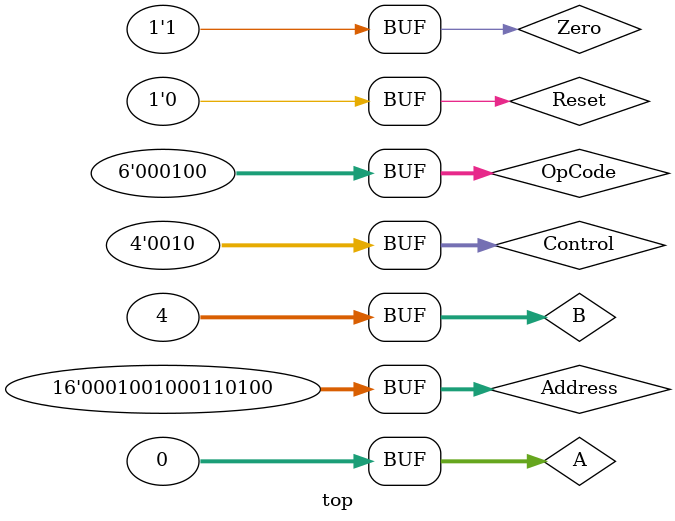
<source format=v>
`timescale 1ns/1ns

module top();

reg [5:0] OpCode;
reg [31:0] A, B;
reg [15:0] Address;
reg [3:0] Control;
reg Reset, Zero;

wire [31:0] Out4, OutAddress;
wire RegDst, Branch, MemRead, MemtoReg, ALUOp, MemWrite, ALUSrc, RegWrite, ALUOp1, ALUOp2;
wire [31:0] AfterExtend, AfterShift;
wire [31:0] PresentState, NextState;
wire Clk, PCSrc;

Clock CLK(.Clk(Clk));

Control Con(.OpCode(OpCode), .RegDst(RegDst), .Branch(Branch), .MemRead(MemRead), .MemtoReg(MemtoReg), .ALUOp(ALUOp), .MemWrite(MemWrite), .ALUSrc(ALUSrc), .RegWrite(RegWrite), .ALUOp1(ALUOp1), .ALUOp2(ALUOp2));

ALU Add4(.A(A), .B(B), .Control(Control), .Out(Out4));

SignExtend SE(.BeforeExtend(Address), .AfterExtend(AfterExtend));
ShiftLeft SL(.BeforeShift(AfterExtend), .AfterShift(AfterShift));
ALU AddAddress(.A(Out4), .B(AfterShift), .Control(Control), .Out(OutAddress));

and Beq(PCSrc, Branch, Zero);
mux2to1_32bit mux(.i0(Out4), .i1(OutAddress), .sel(PCSrc), .out(NextState));

ProgramCounter PC(.Clk(Clk), .Reset(Reset), .PresentState(PresentState), .NextState(NextState));

initial begin
	OpCode <= 6'b000100;
	Control <= 4'b0010;
	A <= 32'h0000_0000;
	B <= 32'h0000_0004;
	Address <= 16'h4321;
	Zero <= 0;
	Reset <= 0;
	#50;
	OpCode <= 6'b000100;
	Control <= 4'b0010;
	A <= 32'h0000_0000;
	B <= 32'h0000_0004;
	Address <= 16'h1234;
	Zero <= 1;
	Reset <= 0;

end



endmodule

</source>
